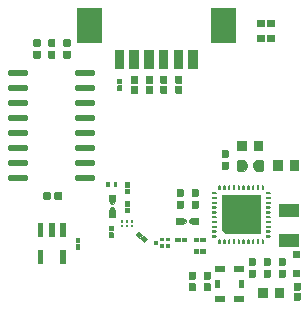
<source format=gtp>
G04 Layer: TopPasteMaskLayer*
G04 EasyEDA Pro v1.7.31.78bc6e, 2022-08-09 17:47:50*
G04 Gerber Generator version 0.3*
G04 Scale: 100 percent, Rotated: No, Reflected: No*
G04 Dimensions in millimeters*
G04 Leading zeros omitted, absolute positions, 3 integers and 3 decimals*
%FSLAX33Y33*%
%MOMM*%
%ADD10C,0.00508*%
%ADD11O,1.745005X0.559994*%
G75*


G04 PolygonModel Start*
G36*
G01X14327Y20201D02*
G01X13867Y20201D01*
G01X13827Y20241D01*
G01Y20742D01*
G01X13867Y20782D01*
G01X14327D01*
G01X14367Y20742D01*
G01Y20241D01*
G01X14327Y20201D01*
G37*
G54D10*
G01X14327Y20201D02*
G01X13867Y20201D01*
G01X13827Y20241D01*
G01Y20742D01*
G01X13867Y20782D01*
G01X14327D01*
G01X14367Y20742D01*
G01Y20241D01*
G01X14327Y20201D01*
G36*
G01X14327Y19931D02*
G01X13867Y19931D01*
G01X13827Y19891D01*
G01Y19390D01*
G01X13867Y19350D01*
G01X14327D01*
G01X14367Y19390D01*
G01Y19891D01*
G01X14327Y19931D01*
G37*
G01X14327Y19931D02*
G01X13867Y19931D01*
G01X13827Y19891D01*
G01Y19390D01*
G01X13867Y19350D01*
G01X14327D01*
G01X14367Y19390D01*
G01Y19891D01*
G01X14327Y19931D01*
G36*
G01X15597Y20201D02*
G01X15137Y20201D01*
G01X15097Y20241D01*
G01Y20742D01*
G01X15137Y20782D01*
G01X15597D01*
G01X15637Y20742D01*
G01Y20241D01*
G01X15597Y20201D01*
G37*
G01X15597Y20201D02*
G01X15137Y20201D01*
G01X15097Y20241D01*
G01Y20742D01*
G01X15137Y20782D01*
G01X15597D01*
G01X15637Y20742D01*
G01Y20241D01*
G01X15597Y20201D01*
G36*
G01X15597Y19931D02*
G01X15137Y19931D01*
G01X15097Y19891D01*
G01Y19390D01*
G01X15137Y19350D01*
G01X15597D01*
G01X15637Y19390D01*
G01Y19891D01*
G01X15597Y19931D01*
G37*
G01X15597Y19931D02*
G01X15137Y19931D01*
G01X15097Y19891D01*
G01Y19390D01*
G01X15137Y19350D01*
G01X15597D01*
G01X15637Y19390D01*
G01Y19891D01*
G01X15597Y19931D01*
G36*
G01X17226Y6796D02*
G01X17226Y7072D01*
G01X17250Y7096D01*
G01X17579D01*
G01X17603Y7072D01*
G01Y6796D01*
G01X17579Y6772D01*
G01X17250D01*
G01X17226Y6796D01*
G37*
G01X17226Y6796D02*
G01X17226Y7072D01*
G01X17250Y7096D01*
G01X17579D01*
G01X17603Y7072D01*
G01Y6796D01*
G01X17579Y6772D01*
G01X17250D01*
G01X17226Y6796D01*
G36*
G01X17064Y6796D02*
G01X17064Y7072D01*
G01X17040Y7096D01*
G01X16711D01*
G01X16687Y7072D01*
G01Y6796D01*
G01X16711Y6772D01*
G01X17040D01*
G01X17064Y6796D01*
G37*
G01X17064Y6796D02*
G01X17064Y7072D01*
G01X17040Y7096D01*
G01X16711D01*
G01X16687Y7072D01*
G01Y6796D01*
G01X16711Y6772D01*
G01X17040D01*
G01X17064Y6796D01*
G36*
G01X17064Y6107D02*
G01X17064Y5831D01*
G01X17040Y5807D01*
G01X16711D01*
G01X16687Y5831D01*
G01Y6107D01*
G01X16711Y6131D01*
G01X17040D01*
G01X17064Y6107D01*
G37*
G01X17064Y6107D02*
G01X17064Y5831D01*
G01X17040Y5807D01*
G01X16711D01*
G01X16687Y5831D01*
G01Y6107D01*
G01X16711Y6131D01*
G01X17040D01*
G01X17064Y6107D01*
G36*
G01X17226Y6107D02*
G01X17226Y5831D01*
G01X17250Y5807D01*
G01X17579D01*
G01X17603Y5831D01*
G01Y6107D01*
G01X17579Y6131D01*
G01X17250D01*
G01X17226Y6107D01*
G37*
G01X17226Y6107D02*
G01X17226Y5831D01*
G01X17250Y5807D01*
G01X17579D01*
G01X17603Y5831D01*
G01Y6107D01*
G01X17579Y6131D01*
G01X17250D01*
G01X17226Y6107D01*
G36*
G01X15670Y6796D02*
G01X15670Y7072D01*
G01X15694Y7096D01*
G01X16024D01*
G01X16048Y7072D01*
G01Y6796D01*
G01X16024Y6772D01*
G01X15694D01*
G01X15670Y6796D01*
G37*
G01X15670Y6796D02*
G01X15670Y7072D01*
G01X15694Y7096D01*
G01X16024D01*
G01X16048Y7072D01*
G01Y6796D01*
G01X16024Y6772D01*
G01X15694D01*
G01X15670Y6796D01*
G36*
G01X15508Y6796D02*
G01X15508Y7072D01*
G01X15484Y7096D01*
G01X15155D01*
G01X15131Y7072D01*
G01Y6796D01*
G01X15155Y6772D01*
G01X15484D01*
G01X15508Y6796D01*
G37*
G01X15508Y6796D02*
G01X15508Y7072D01*
G01X15484Y7096D01*
G01X15155D01*
G01X15131Y7072D01*
G01Y6796D01*
G01X15155Y6772D01*
G01X15484D01*
G01X15508Y6796D01*
G36*
G01X12267Y7313D02*
G01X12090Y7102D01*
G01X12056Y7099D01*
G01X11803Y7310D01*
G01X11801Y7344D01*
G01X11978Y7556D01*
G01X12012Y7559D01*
G01X12264Y7347D01*
G01X12267Y7313D01*
G37*
G01X12267Y7313D02*
G01X12090Y7102D01*
G01X12056Y7099D01*
G01X11803Y7310D01*
G01X11801Y7344D01*
G01X11978Y7556D01*
G01X12012Y7559D01*
G01X12264Y7347D01*
G01X12267Y7313D01*
G36*
G01X12391Y7209D02*
G01X12214Y6997D01*
G01X12217Y6964D01*
G01X12469Y6752D01*
G01X12503Y6755D01*
G01X12680Y6966D01*
G01X12677Y7000D01*
G01X12425Y7212D01*
G01X12391Y7209D01*
G37*
G01X12391Y7209D02*
G01X12214Y6997D01*
G01X12217Y6964D01*
G01X12469Y6752D01*
G01X12503Y6755D01*
G01X12680Y6966D01*
G01X12677Y7000D01*
G01X12425Y7212D01*
G01X12391Y7209D01*
G36*
G01X9514Y7539D02*
G01X9790Y7539D01*
G01X9814Y7515D01*
G01Y7186D01*
G01X9790Y7162D01*
G01X9514D01*
G01X9490Y7186D01*
G01Y7515D01*
G01X9514Y7539D01*
G37*
G01X9514Y7539D02*
G01X9790Y7539D01*
G01X9814Y7515D01*
G01Y7186D01*
G01X9790Y7162D01*
G01X9514D01*
G01X9490Y7186D01*
G01Y7515D01*
G01X9514Y7539D01*
G36*
G01X9514Y7701D02*
G01X9790Y7701D01*
G01X9814Y7725D01*
G01Y8054D01*
G01X9790Y8078D01*
G01X9514D01*
G01X9490Y8054D01*
G01Y7725D01*
G01X9514Y7701D01*
G37*
G01X9514Y7701D02*
G01X9790Y7701D01*
G01X9814Y7725D01*
G01Y8054D01*
G01X9790Y8078D01*
G01X9514D01*
G01X9490Y8054D01*
G01Y7725D01*
G01X9514Y7701D01*
G36*
G01X11162Y9622D02*
G01X10886Y9622D01*
G01X10862Y9598D01*
G01Y9268D01*
G01X10886Y9244D01*
G01X11162D01*
G01X11186Y9268D01*
G01Y9598D01*
G01X11162Y9622D01*
G37*
G01X11162Y9622D02*
G01X10886Y9622D01*
G01X10862Y9598D01*
G01Y9268D01*
G01X10886Y9244D01*
G01X11162D01*
G01X11186Y9268D01*
G01Y9598D01*
G01X11162Y9622D01*
G36*
G01X11162Y9784D02*
G01X10886Y9784D01*
G01X10862Y9808D01*
G01Y10137D01*
G01X10886Y10161D01*
G01X11162D01*
G01X11186Y10137D01*
G01Y9808D01*
G01X11162Y9784D01*
G37*
G01X11162Y9784D02*
G01X10886Y9784D01*
G01X10862Y9808D01*
G01Y10137D01*
G01X10886Y10161D01*
G01X11162D01*
G01X11186Y10137D01*
G01Y9808D01*
G01X11162Y9784D01*
G36*
G01X10886Y11222D02*
G01X11162Y11222D01*
G01X11186Y11198D01*
G01Y10869D01*
G01X11162Y10845D01*
G01X10886D01*
G01X10862Y10869D01*
G01Y11198D01*
G01X10886Y11222D01*
G37*
G01X10886Y11222D02*
G01X11162Y11222D01*
G01X11186Y11198D01*
G01Y10869D01*
G01X11162Y10845D01*
G01X10886D01*
G01X10862Y10869D01*
G01Y11198D01*
G01X10886Y11222D01*
G36*
G01X10886Y11384D02*
G01X11162Y11384D01*
G01X11186Y11408D01*
G01Y11737D01*
G01X11162Y11761D01*
G01X10886D01*
G01X10862Y11737D01*
G01Y11408D01*
G01X10886Y11384D01*
G37*
G01X10886Y11384D02*
G01X11162Y11384D01*
G01X11186Y11408D01*
G01Y11737D01*
G01X11162Y11761D01*
G01X10886D01*
G01X10862Y11737D01*
G01Y11408D01*
G01X10886Y11384D01*
G36*
G01X16989Y10594D02*
G01X16539Y10594D01*
G01X16489Y10664D01*
G01Y11144D01*
G01X16539Y11194D01*
G01X16989D01*
G01X17039Y11144D01*
G01Y10664D01*
G01X16989Y10594D01*
G37*
G01X16989Y10594D02*
G01X16539Y10594D01*
G01X16489Y10664D01*
G01Y11144D01*
G01X16539Y11194D01*
G01X16989D01*
G01X17039Y11144D01*
G01Y10664D01*
G01X16989Y10594D01*
G36*
G01X16989Y9634D02*
G01X16539Y9634D01*
G01X16489Y9684D01*
G01Y10164D01*
G01X16539Y10234D01*
G01X16989D01*
G01X17039Y10164D01*
G01Y9684D01*
G01X16989Y9634D01*
G37*
G01X16989Y9634D02*
G01X16539Y9634D01*
G01X16489Y9684D01*
G01Y10164D01*
G01X16539Y10234D01*
G01X16989D01*
G01X17039Y10164D01*
G01Y9684D01*
G01X16989Y9634D01*
G36*
G01X15719Y10594D02*
G01X15269Y10594D01*
G01X15219Y10664D01*
G01Y11144D01*
G01X15269Y11194D01*
G01X15719D01*
G01X15769Y11144D01*
G01Y10664D01*
G01X15719Y10594D01*
G37*
G01X15719Y10594D02*
G01X15269Y10594D01*
G01X15219Y10664D01*
G01Y11144D01*
G01X15269Y11194D01*
G01X15719D01*
G01X15769Y11144D01*
G01Y10664D01*
G01X15719Y10594D01*
G36*
G01X15719Y9634D02*
G01X15269Y9634D01*
G01X15219Y9684D01*
G01Y10164D01*
G01X15269Y10234D01*
G01X15719D01*
G01X15769Y10164D01*
G01Y9684D01*
G01X15719Y9634D01*
G37*
G01X15719Y9634D02*
G01X15269Y9634D01*
G01X15219Y9684D01*
G01Y10164D01*
G01X15269Y10234D01*
G01X15719D01*
G01X15769Y10164D01*
G01Y9684D01*
G01X15719Y9634D01*
G36*
G01X15994Y8595D02*
G01X15994Y8423D01*
G01X15725Y8239D01*
G01X15229D01*
G01X15189Y8279D01*
G01Y8739D01*
G01X15229Y8779D01*
G01X15725D01*
G01X15994Y8595D01*
G37*
G01X15994Y8595D02*
G01X15994Y8423D01*
G01X15725Y8239D01*
G01X15229D01*
G01X15189Y8279D01*
G01Y8739D01*
G01X15229Y8779D01*
G01X15725D01*
G01X15994Y8595D01*
G36*
G01X16264Y8595D02*
G01X16264Y8423D01*
G01X16533Y8239D01*
G01X17029D01*
G01X17069Y8279D01*
G01Y8739D01*
G01X17029Y8779D01*
G01X16533D01*
G01X16264Y8595D01*
G37*
G01X16264Y8595D02*
G01X16264Y8423D01*
G01X16533Y8239D01*
G01X17029D01*
G01X17069Y8279D01*
G01Y8739D01*
G01X17029Y8779D01*
G01X16533D01*
G01X16264Y8595D01*
G36*
G01X17555Y3249D02*
G01X18005Y3249D01*
G01X18055Y3179D01*
G01Y2699D01*
G01X18005Y2649D01*
G01X17555D01*
G01X17505Y2699D01*
G01Y3179D01*
G01X17555Y3249D01*
G37*
G01X17555Y3249D02*
G01X18005Y3249D01*
G01X18055Y3179D01*
G01Y2699D01*
G01X18005Y2649D01*
G01X17555D01*
G01X17505Y2699D01*
G01Y3179D01*
G01X17555Y3249D01*
G36*
G01X17555Y4209D02*
G01X18005Y4209D01*
G01X18055Y4159D01*
G01Y3679D01*
G01X18005Y3609D01*
G01X17555D01*
G01X17505Y3679D01*
G01Y4159D01*
G01X17555Y4209D01*
G37*
G01X17555Y4209D02*
G01X18005Y4209D01*
G01X18055Y4159D01*
G01Y3679D01*
G01X18005Y3609D01*
G01X17555D01*
G01X17505Y3679D01*
G01Y4159D01*
G01X17555Y4209D01*
G36*
G01X16285Y3249D02*
G01X16735Y3249D01*
G01X16785Y3179D01*
G01Y2699D01*
G01X16735Y2649D01*
G01X16285D01*
G01X16235Y2699D01*
G01Y3179D01*
G01X16285Y3249D01*
G37*
G01X16285Y3249D02*
G01X16735Y3249D01*
G01X16785Y3179D01*
G01Y2699D01*
G01X16735Y2649D01*
G01X16285D01*
G01X16235Y2699D01*
G01Y3179D01*
G01X16285Y3249D01*
G36*
G01X16285Y4209D02*
G01X16735Y4209D01*
G01X16785Y4159D01*
G01Y3679D01*
G01X16735Y3609D01*
G01X16285D01*
G01X16235Y3679D01*
G01Y4159D01*
G01X16285Y4209D01*
G37*
G01X16285Y4209D02*
G01X16735Y4209D01*
G01X16785Y4159D01*
G01Y3679D01*
G01X16735Y3609D01*
G01X16285D01*
G01X16235Y3679D01*
G01Y4159D01*
G01X16285Y4209D01*
G36*
G01X21715Y13065D02*
G01X21715Y13342D01*
G01X21989Y13635D01*
G01X22492D01*
G01X22556Y13571D01*
G01Y12835D01*
G01X22492Y12771D01*
G01X21989D01*
G01X21715Y13065D01*
G37*
G01X21715Y13065D02*
G01X21715Y13342D01*
G01X21989Y13635D01*
G01X22492D01*
G01X22556Y13571D01*
G01Y12835D01*
G01X22492Y12771D01*
G01X21989D01*
G01X21715Y13065D01*
G36*
G01X21199Y13054D02*
G01X21199Y13330D01*
G01X20925Y13624D01*
G01X20421D01*
G01X20357Y13560D01*
G01Y12824D01*
G01X20421Y12760D01*
G01X20925D01*
G01X21199Y13054D01*
G37*
G01X21199Y13054D02*
G01X21199Y13330D01*
G01X20925Y13624D01*
G01X20421D01*
G01X20357Y13560D01*
G01Y12824D01*
G01X20421Y12760D01*
G01X20925D01*
G01X21199Y13054D01*
G36*
G01X23905Y4392D02*
G01X24355Y4392D01*
G01X24405Y4322D01*
G01Y3842D01*
G01X24355Y3792D01*
G01X23905D01*
G01X23855Y3842D01*
G01Y4322D01*
G01X23905Y4392D01*
G37*
G01X23905Y4392D02*
G01X24355Y4392D01*
G01X24405Y4322D01*
G01Y3842D01*
G01X24355Y3792D01*
G01X23905D01*
G01X23855Y3842D01*
G01Y4322D01*
G01X23905Y4392D01*
G36*
G01X23905Y5352D02*
G01X24355Y5352D01*
G01X24405Y5302D01*
G01Y4822D01*
G01X24355Y4752D01*
G01X23905D01*
G01X23855Y4822D01*
G01Y5302D01*
G01X23905Y5352D01*
G37*
G01X23905Y5352D02*
G01X24355Y5352D01*
G01X24405Y5302D01*
G01Y4822D01*
G01X24355Y4752D01*
G01X23905D01*
G01X23855Y4822D01*
G01Y5302D01*
G01X23905Y5352D01*
G36*
G01X22635Y4392D02*
G01X23085Y4392D01*
G01X23135Y4322D01*
G01Y3842D01*
G01X23085Y3792D01*
G01X22635D01*
G01X22585Y3842D01*
G01Y4322D01*
G01X22635Y4392D01*
G37*
G01X22635Y4392D02*
G01X23085Y4392D01*
G01X23135Y4322D01*
G01Y3842D01*
G01X23085Y3792D01*
G01X22635D01*
G01X22585Y3842D01*
G01Y4322D01*
G01X22635Y4392D01*
G36*
G01X22635Y5352D02*
G01X23085Y5352D01*
G01X23135Y5302D01*
G01Y4822D01*
G01X23085Y4752D01*
G01X22635D01*
G01X22585Y4822D01*
G01Y5302D01*
G01X22635Y5352D01*
G37*
G01X22635Y5352D02*
G01X23085Y5352D01*
G01X23135Y5302D01*
G01Y4822D01*
G01X23085Y4752D01*
G01X22635D01*
G01X22585Y4822D01*
G01Y5302D01*
G01X22635Y5352D01*
G36*
G01X21365Y4392D02*
G01X21815Y4392D01*
G01X21865Y4322D01*
G01Y3842D01*
G01X21815Y3792D01*
G01X21365D01*
G01X21315Y3842D01*
G01Y4322D01*
G01X21365Y4392D01*
G37*
G01X21365Y4392D02*
G01X21815Y4392D01*
G01X21865Y4322D01*
G01Y3842D01*
G01X21815Y3792D01*
G01X21365D01*
G01X21315Y3842D01*
G01Y4322D01*
G01X21365Y4392D01*
G36*
G01X21365Y5352D02*
G01X21815Y5352D01*
G01X21865Y5302D01*
G01Y4822D01*
G01X21815Y4752D01*
G01X21365D01*
G01X21315Y4822D01*
G01Y5302D01*
G01X21365Y5352D01*
G37*
G01X21365Y5352D02*
G01X21815Y5352D01*
G01X21865Y5302D01*
G01Y4822D01*
G01X21815Y4752D01*
G01X21365D01*
G01X21315Y4822D01*
G01Y5302D01*
G01X21365Y5352D01*
G36*
G01X19529Y13896D02*
G01X19079Y13896D01*
G01X19029Y13966D01*
G01Y14446D01*
G01X19079Y14496D01*
G01X19529D01*
G01X19579Y14446D01*
G01Y13966D01*
G01X19529Y13896D01*
G37*
G01X19529Y13896D02*
G01X19079Y13896D01*
G01X19029Y13966D01*
G01Y14446D01*
G01X19079Y14496D01*
G01X19529D01*
G01X19579Y14446D01*
G01Y13966D01*
G01X19529Y13896D01*
G36*
G01X19529Y12936D02*
G01X19079Y12936D01*
G01X19029Y12986D01*
G01Y13466D01*
G01X19079Y13536D01*
G01X19529D01*
G01X19579Y13466D01*
G01Y12986D01*
G01X19529Y12936D01*
G37*
G01X19529Y12936D02*
G01X19079Y12936D01*
G01X19029Y12986D01*
G01Y13466D01*
G01X19079Y13536D01*
G01X19529D01*
G01X19579Y13466D01*
G01Y12986D01*
G01X19529Y12936D01*
G36*
G01X25170Y2405D02*
G01X25630Y2405D01*
G01X25670Y2365D01*
G01Y1864D01*
G01X25630Y1824D01*
G01X25170D01*
G01X25130Y1864D01*
G01Y2365D01*
G01X25170Y2405D01*
G37*
G01X25170Y2405D02*
G01X25630Y2405D01*
G01X25670Y2365D01*
G01Y1864D01*
G01X25630Y1824D01*
G01X25170D01*
G01X25130Y1864D01*
G01Y2365D01*
G01X25170Y2405D01*
G36*
G01X25170Y2675D02*
G01X25630Y2675D01*
G01X25670Y2715D01*
G01Y3216D01*
G01X25630Y3256D01*
G01X25170D01*
G01X25130Y3216D01*
G01Y2715D01*
G01X25170Y2675D01*
G37*
G01X25170Y2675D02*
G01X25630Y2675D01*
G01X25670Y2715D01*
G01Y3216D01*
G01X25630Y3256D01*
G01X25170D01*
G01X25130Y3216D01*
G01Y2715D01*
G01X25170Y2675D01*
G36*
G01X9693Y9644D02*
G01X9865Y9644D01*
G01X10049Y9375D01*
G01Y8879D01*
G01X10009Y8839D01*
G01X9549D01*
G01X9509Y8879D01*
G01Y9375D01*
G01X9693Y9644D01*
G37*
G01X9693Y9644D02*
G01X9865Y9644D01*
G01X10049Y9375D01*
G01Y8879D01*
G01X10009Y8839D01*
G01X9549D01*
G01X9509Y8879D01*
G01Y9375D01*
G01X9693Y9644D01*
G36*
G01X9693Y9914D02*
G01X9865Y9914D01*
G01X10049Y10183D01*
G01Y10679D01*
G01X10009Y10719D01*
G01X9549D01*
G01X9509Y10679D01*
G01Y10183D01*
G01X9693Y9914D01*
G37*
G01X9693Y9914D02*
G01X9865Y9914D01*
G01X10049Y10183D01*
G01Y10679D01*
G01X10009Y10719D01*
G01X9549D01*
G01X9509Y10679D01*
G01Y10183D01*
G01X9693Y9914D01*
G36*
G01X22868Y25043D02*
G01X22868Y25503D01*
G01X22908Y25543D01*
G01X23409D01*
G01X23449Y25503D01*
G01Y25043D01*
G01X23409Y25003D01*
G01X22908D01*
G01X22868Y25043D01*
G37*
G01X22868Y25043D02*
G01X22868Y25503D01*
G01X22908Y25543D01*
G01X23409D01*
G01X23449Y25503D01*
G01Y25043D01*
G01X23409Y25003D01*
G01X22908D01*
G01X22868Y25043D01*
G36*
G01X22598Y25043D02*
G01X22598Y25503D01*
G01X22558Y25543D01*
G01X22057D01*
G01X22017Y25503D01*
G01Y25043D01*
G01X22057Y25003D01*
G01X22558D01*
G01X22598Y25043D01*
G37*
G01X22598Y25043D02*
G01X22598Y25503D01*
G01X22558Y25543D01*
G01X22057D01*
G01X22017Y25503D01*
G01Y25043D01*
G01X22057Y25003D01*
G01X22558D01*
G01X22598Y25043D01*
G36*
G01X22868Y23773D02*
G01X22868Y24233D01*
G01X22908Y24273D01*
G01X23409D01*
G01X23449Y24233D01*
G01Y23773D01*
G01X23409Y23733D01*
G01X22908D01*
G01X22868Y23773D01*
G37*
G01X22868Y23773D02*
G01X22868Y24233D01*
G01X22908Y24273D01*
G01X23409D01*
G01X23449Y24233D01*
G01Y23773D01*
G01X23409Y23733D01*
G01X22908D01*
G01X22868Y23773D01*
G36*
G01X22598Y23773D02*
G01X22598Y24233D01*
G01X22558Y24273D01*
G01X22057D01*
G01X22017Y24233D01*
G01Y23773D01*
G01X22057Y23733D01*
G01X22558D01*
G01X22598Y23773D01*
G37*
G01X22598Y23773D02*
G01X22598Y24233D01*
G01X22558Y24273D01*
G01X22057D01*
G01X22017Y24233D01*
G01Y23773D01*
G01X22057Y23733D01*
G01X22558D01*
G01X22598Y23773D01*
G36*
G01X4836Y23294D02*
G01X4386Y23294D01*
G01X4336Y23364D01*
G01Y23844D01*
G01X4386Y23894D01*
G01X4836D01*
G01X4886Y23844D01*
G01Y23364D01*
G01X4836Y23294D01*
G37*
G01X4836Y23294D02*
G01X4386Y23294D01*
G01X4336Y23364D01*
G01Y23844D01*
G01X4386Y23894D01*
G01X4836D01*
G01X4886Y23844D01*
G01Y23364D01*
G01X4836Y23294D01*
G36*
G01X4836Y22334D02*
G01X4386Y22334D01*
G01X4336Y22384D01*
G01Y22864D01*
G01X4386Y22934D01*
G01X4836D01*
G01X4886Y22864D01*
G01Y22384D01*
G01X4836Y22334D01*
G37*
G01X4836Y22334D02*
G01X4386Y22334D01*
G01X4336Y22384D01*
G01Y22864D01*
G01X4386Y22934D01*
G01X4836D01*
G01X4886Y22864D01*
G01Y22384D01*
G01X4836Y22334D01*
G36*
G01X3142Y22934D02*
G01X3592Y22934D01*
G01X3642Y22864D01*
G01Y22384D01*
G01X3592Y22334D01*
G01X3142D01*
G01X3092Y22384D01*
G01Y22864D01*
G01X3142Y22934D01*
G37*
G01X3142Y22934D02*
G01X3592Y22934D01*
G01X3642Y22864D01*
G01Y22384D01*
G01X3592Y22334D01*
G01X3142D01*
G01X3092Y22384D01*
G01Y22864D01*
G01X3142Y22934D01*
G36*
G01X3142Y23894D02*
G01X3592Y23894D01*
G01X3642Y23844D01*
G01Y23364D01*
G01X3592Y23294D01*
G01X3142D01*
G01X3092Y23364D01*
G01Y23844D01*
G01X3142Y23894D01*
G37*
G01X3142Y23894D02*
G01X3592Y23894D01*
G01X3642Y23844D01*
G01Y23364D01*
G01X3592Y23294D01*
G01X3142D01*
G01X3092Y23364D01*
G01Y23844D01*
G01X3142Y23894D01*
G36*
G01X4879Y10443D02*
G01X4879Y10893D01*
G01X4949Y10943D01*
G01X5429D01*
G01X5479Y10893D01*
G01Y10443D01*
G01X5429Y10393D01*
G01X4949D01*
G01X4879Y10443D01*
G37*
G01X4879Y10443D02*
G01X4879Y10893D01*
G01X4949Y10943D01*
G01X5429D01*
G01X5479Y10893D01*
G01Y10443D01*
G01X5429Y10393D01*
G01X4949D01*
G01X4879Y10443D01*
G36*
G01X3919Y10443D02*
G01X3919Y10893D01*
G01X3969Y10943D01*
G01X4449D01*
G01X4519Y10893D01*
G01Y10443D01*
G01X4449Y10393D01*
G01X3969D01*
G01X3919Y10443D01*
G37*
G01X3919Y10443D02*
G01X3919Y10893D01*
G01X3969Y10943D01*
G01X4449D01*
G01X4519Y10893D01*
G01Y10443D01*
G01X4449Y10393D01*
G01X3969D01*
G01X3919Y10443D01*
G36*
G01X5669Y22934D02*
G01X6119Y22934D01*
G01X6169Y22864D01*
G01Y22384D01*
G01X6119Y22334D01*
G01X5669D01*
G01X5619Y22384D01*
G01Y22864D01*
G01X5669Y22934D01*
G37*
G01X5669Y22934D02*
G01X6119Y22934D01*
G01X6169Y22864D01*
G01Y22384D01*
G01X6119Y22334D01*
G01X5669D01*
G01X5619Y22384D01*
G01Y22864D01*
G01X5669Y22934D01*
G36*
G01X5669Y23894D02*
G01X6119Y23894D01*
G01X6169Y23844D01*
G01Y23364D01*
G01X6119Y23294D01*
G01X5669D01*
G01X5619Y23364D01*
G01Y23844D01*
G01X5669Y23894D01*
G37*
G01X5669Y23894D02*
G01X6119Y23894D01*
G01X6169Y23844D01*
G01Y23364D01*
G01X6119Y23294D01*
G01X5669D01*
G01X5619Y23364D01*
G01Y23844D01*
G01X5669Y23894D01*
G36*
G01X11856Y20201D02*
G01X11396Y20201D01*
G01X11356Y20241D01*
G01Y20742D01*
G01X11396Y20782D01*
G01X11856D01*
G01X11896Y20742D01*
G01Y20241D01*
G01X11856Y20201D01*
G37*
G01X11856Y20201D02*
G01X11396Y20201D01*
G01X11356Y20241D01*
G01Y20742D01*
G01X11396Y20782D01*
G01X11856D01*
G01X11896Y20742D01*
G01Y20241D01*
G01X11856Y20201D01*
G36*
G01X11856Y19931D02*
G01X11396Y19931D01*
G01X11356Y19891D01*
G01Y19390D01*
G01X11396Y19350D01*
G01X11856D01*
G01X11896Y19390D01*
G01Y19891D01*
G01X11856Y19931D01*
G37*
G01X11856Y19931D02*
G01X11396Y19931D01*
G01X11356Y19891D01*
G01Y19390D01*
G01X11396Y19350D01*
G01X11856D01*
G01X11896Y19390D01*
G01Y19891D01*
G01X11856Y19931D01*
G36*
G01X13105Y20201D02*
G01X12645Y20201D01*
G01X12605Y20241D01*
G01Y20742D01*
G01X12645Y20782D01*
G01X13105D01*
G01X13145Y20742D01*
G01Y20241D01*
G01X13105Y20201D01*
G37*
G01X13105Y20201D02*
G01X12645Y20201D01*
G01X12605Y20241D01*
G01Y20742D01*
G01X12645Y20782D01*
G01X13105D01*
G01X13145Y20742D01*
G01Y20241D01*
G01X13105Y20201D01*
G36*
G01X13105Y19931D02*
G01X12645Y19931D01*
G01X12605Y19891D01*
G01Y19390D01*
G01X12645Y19350D01*
G01X13105D01*
G01X13145Y19390D01*
G01Y19891D01*
G01X13105Y19931D01*
G37*
G01X13105Y19931D02*
G01X12645Y19931D01*
G01X12605Y19891D01*
G01Y19390D01*
G01X12645Y19350D01*
G01X13105D01*
G01X13145Y19390D01*
G01Y19891D01*
G01X13105Y19931D01*
G36*
G01X6700Y6523D02*
G01X6976Y6523D01*
G01X7000Y6499D01*
G01Y6170D01*
G01X6976Y6146D01*
G01X6700D01*
G01X6676Y6170D01*
G01Y6499D01*
G01X6700Y6523D01*
G37*
G01X6700Y6523D02*
G01X6976Y6523D01*
G01X7000Y6499D01*
G01Y6170D01*
G01X6976Y6146D01*
G01X6700D01*
G01X6676Y6170D01*
G01Y6499D01*
G01X6700Y6523D01*
G36*
G01X6700Y6685D02*
G01X6976Y6685D01*
G01X7000Y6709D01*
G01Y7038D01*
G01X6976Y7062D01*
G01X6700D01*
G01X6676Y7038D01*
G01Y6709D01*
G01X6700Y6685D01*
G37*
G01X6700Y6685D02*
G01X6976Y6685D01*
G01X7000Y6709D01*
G01Y7038D01*
G01X6976Y7062D01*
G01X6700D01*
G01X6676Y7038D01*
G01Y6709D01*
G01X6700Y6685D01*
G36*
G01X10513Y20147D02*
G01X10237Y20147D01*
G01X10213Y20171D01*
G01Y20500D01*
G01X10237Y20524D01*
G01X10513D01*
G01X10537Y20500D01*
G01Y20171D01*
G01X10513Y20147D01*
G37*
G01X10513Y20147D02*
G01X10237Y20147D01*
G01X10213Y20171D01*
G01Y20500D01*
G01X10237Y20524D01*
G01X10513D01*
G01X10537Y20500D01*
G01Y20171D01*
G01X10513Y20147D01*
G36*
G01X10513Y19985D02*
G01X10237Y19985D01*
G01X10213Y19961D01*
G01Y19632D01*
G01X10237Y19608D01*
G01X10513D01*
G01X10537Y19632D01*
G01Y19961D01*
G01X10513Y19985D01*
G37*
G01X10513Y19985D02*
G01X10237Y19985D01*
G01X10213Y19961D01*
G01Y19632D01*
G01X10237Y19608D01*
G01X10513D01*
G01X10537Y19632D01*
G01Y19961D01*
G01X10513Y19985D01*
G04 PolygonModel End*

G04 Pad Start*
G36*
G01X18771Y6883D02*
G01X18771Y6579D01*
G03X18821Y6528I51J0D01*
G01X18923D01*
G03X18974Y6579I0J51D01*
G01Y6883D01*
G03X18923Y6934I-51J0D01*
G01X18821D01*
G03X18771Y6883I0J-51D01*
G37*
G36*
G01X19177Y6883D02*
G01X19177Y6579D01*
G03X19228Y6528I51J0D01*
G01X19329D01*
G03X19380Y6579I0J51D01*
G01Y6883D01*
G03X19329Y6934I-51J0D01*
G01X19228D01*
G03X19177Y6883I0J-51D01*
G37*
G36*
G01X19583Y6883D02*
G01X19583Y6579D01*
G03X19634Y6528I51J0D01*
G01X19736D01*
G03X19787Y6579I0J51D01*
G01Y6883D01*
G03X19736Y6934I-51J0D01*
G01X19634D01*
G03X19583Y6883I0J-51D01*
G37*
G36*
G01X19990Y6883D02*
G01X19990Y6579D01*
G03X20041Y6528I51J0D01*
G01X20142D01*
G03X20193Y6579I0J51D01*
G01Y6883D01*
G03X20142Y6934I-51J0D01*
G01X20041D01*
G03X19990Y6883I0J-51D01*
G37*
G36*
G01X20396Y6883D02*
G01X20396Y6579D01*
G03X20447Y6528I51J0D01*
G01X20549D01*
G03X20599Y6579I0J51D01*
G01Y6883D01*
G03X20549Y6934I-51J0D01*
G01X20447D01*
G03X20396Y6883I0J-51D01*
G37*
G36*
G01X20803Y6883D02*
G01X20803Y6579D01*
G03X20853Y6528I51J0D01*
G01X20955D01*
G03X21006Y6579I0J51D01*
G01Y6883D01*
G03X20955Y6934I-51J0D01*
G01X20853D01*
G03X20803Y6883I0J-51D01*
G37*
G36*
G01X21209Y6883D02*
G01X21209Y6579D01*
G03X21260Y6528I51J0D01*
G01X21361D01*
G03X21412Y6579I0J51D01*
G01Y6883D01*
G03X21361Y6934I-51J0D01*
G01X21260D01*
G03X21209Y6883I0J-51D01*
G37*
G36*
G01X21615Y6883D02*
G01X21615Y6579D01*
G03X21666Y6528I51J0D01*
G01X21768D01*
G03X21819Y6579I0J51D01*
G01Y6883D01*
G03X21768Y6934I-51J0D01*
G01X21666D01*
G03X21615Y6883I0J-51D01*
G37*
G36*
G01X22022Y6883D02*
G01X22022Y6579D01*
G03X22073Y6528I51J0D01*
G01X22174D01*
G03X22225Y6579I0J51D01*
G01Y6883D01*
G03X22174Y6934I-51J0D01*
G01X22073D01*
G03X22022Y6883I0J-51D01*
G37*
G36*
G01X22428Y6883D02*
G01X22428Y6579D01*
G03X22479Y6528I51J0D01*
G01X22581D01*
G03X22631Y6579I0J51D01*
G01Y6883D01*
G03X22581Y6934I-51J0D01*
G01X22479D01*
G03X22428Y6883I0J-51D01*
G37*
G36*
G01X22784Y7239D02*
G01X22784Y7137D01*
G03X22835Y7087I51J0D01*
G01X23139D01*
G03X23190Y7137I0J51D01*
G01Y7239D01*
G03X23139Y7290I-51J0D01*
G01X22835D01*
G03X22784Y7239I0J-51D01*
G37*
G36*
G01X22784Y7645D02*
G01X22784Y7544D01*
G03X22835Y7493I51J0D01*
G01X23139D01*
G03X23190Y7544I0J51D01*
G01Y7645D01*
G03X23139Y7696I-51J0D01*
G01X22835D01*
G03X22784Y7645I0J-51D01*
G37*
G36*
G01X22784Y8052D02*
G01X22784Y7950D01*
G03X22835Y7899I51J0D01*
G01X23139D01*
G03X23190Y7950I0J51D01*
G01Y8052D01*
G03X23139Y8103I-51J0D01*
G01X22835D01*
G03X22784Y8052I0J-51D01*
G37*
G36*
G01X22784Y8458D02*
G01X22784Y8357D01*
G03X22835Y8306I51J0D01*
G01X23139D01*
G03X23190Y8357I0J51D01*
G01Y8458D01*
G03X23139Y8509I-51J0D01*
G01X22835D01*
G03X22784Y8458I0J-51D01*
G37*
G36*
G01X22784Y8865D02*
G01X22784Y8763D01*
G03X22835Y8712I51J0D01*
G01X23139D01*
G03X23190Y8763I0J51D01*
G01Y8865D01*
G03X23139Y8915I-51J0D01*
G01X22835D01*
G03X22784Y8865I0J-51D01*
G37*
G36*
G01X22784Y9271D02*
G01X22784Y9169D01*
G03X22835Y9119I51J0D01*
G01X23139D01*
G03X23190Y9169I0J51D01*
G01Y9271D01*
G03X23139Y9322I-51J0D01*
G01X22835D01*
G03X22784Y9271I0J-51D01*
G37*
G36*
G01X22784Y9677D02*
G01X22784Y9576D01*
G03X22835Y9525I51J0D01*
G01X23139D01*
G03X23190Y9576I0J51D01*
G01Y9677D01*
G03X23139Y9728I-51J0D01*
G01X22835D01*
G03X22784Y9677I0J-51D01*
G37*
G36*
G01X22784Y10084D02*
G01X22784Y9982D01*
G03X22835Y9931I51J0D01*
G01X23139D01*
G03X23190Y9982I0J51D01*
G01Y10084D01*
G03X23139Y10135I-51J0D01*
G01X22835D01*
G03X22784Y10084I0J-51D01*
G37*
G36*
G01X22784Y10490D02*
G01X22784Y10389D01*
G03X22835Y10338I51J0D01*
G01X23139D01*
G03X23190Y10389I0J51D01*
G01Y10490D01*
G03X23139Y10541I-51J0D01*
G01X22835D01*
G03X22784Y10490I0J-51D01*
G37*
G36*
G01X22784Y10897D02*
G01X22784Y10795D01*
G03X22835Y10744I51J0D01*
G01X23139D01*
G03X23190Y10795I0J51D01*
G01Y10897D01*
G03X23139Y10947I-51J0D01*
G01X22835D01*
G03X22784Y10897I0J-51D01*
G37*
G36*
G01X22428Y11455D02*
G01X22428Y11151D01*
G03X22479Y11100I51J0D01*
G01X22581D01*
G03X22631Y11151I0J51D01*
G01Y11455D01*
G03X22581Y11506I-51J0D01*
G01X22479D01*
G03X22428Y11455I0J-51D01*
G37*
G36*
G01X22022Y11455D02*
G01X22022Y11151D01*
G03X22073Y11100I51J0D01*
G01X22174D01*
G03X22225Y11151I0J51D01*
G01Y11455D01*
G03X22174Y11506I-51J0D01*
G01X22073D01*
G03X22022Y11455I0J-51D01*
G37*
G36*
G01X21615Y11455D02*
G01X21615Y11151D01*
G03X21666Y11100I51J0D01*
G01X21768D01*
G03X21819Y11151I0J51D01*
G01Y11455D01*
G03X21768Y11506I-51J0D01*
G01X21666D01*
G03X21615Y11455I0J-51D01*
G37*
G36*
G01X21209Y11455D02*
G01X21209Y11151D01*
G03X21260Y11100I51J0D01*
G01X21361D01*
G03X21412Y11151I0J51D01*
G01Y11455D01*
G03X21361Y11506I-51J0D01*
G01X21260D01*
G03X21209Y11455I0J-51D01*
G37*
G36*
G01X20803Y11455D02*
G01X20803Y11151D01*
G03X20853Y11100I51J0D01*
G01X20955D01*
G03X21006Y11151I0J51D01*
G01Y11455D01*
G03X20955Y11506I-51J0D01*
G01X20853D01*
G03X20803Y11455I0J-51D01*
G37*
G36*
G01X20396Y11455D02*
G01X20396Y11151D01*
G03X20447Y11100I51J0D01*
G01X20549D01*
G03X20599Y11151I0J51D01*
G01Y11455D01*
G03X20549Y11506I-51J0D01*
G01X20447D01*
G03X20396Y11455I0J-51D01*
G37*
G36*
G01X19990Y11455D02*
G01X19990Y11151D01*
G03X20041Y11100I51J0D01*
G01X20142D01*
G03X20193Y11151I0J51D01*
G01Y11455D01*
G03X20142Y11506I-51J0D01*
G01X20041D01*
G03X19990Y11455I0J-51D01*
G37*
G36*
G01X19583Y11455D02*
G01X19583Y11151D01*
G03X19634Y11100I51J0D01*
G01X19736D01*
G03X19787Y11151I0J51D01*
G01Y11455D01*
G03X19736Y11506I-51J0D01*
G01X19634D01*
G03X19583Y11455I0J-51D01*
G37*
G36*
G01X19177Y11455D02*
G01X19177Y11151D01*
G03X19228Y11100I51J0D01*
G01X19329D01*
G03X19380Y11151I0J51D01*
G01Y11455D01*
G03X19329Y11506I-51J0D01*
G01X19228D01*
G03X19177Y11455I0J-51D01*
G37*
G36*
G01X18771Y11455D02*
G01X18771Y11151D01*
G03X18821Y11100I51J0D01*
G01X18923D01*
G03X18974Y11151I0J51D01*
G01Y11455D01*
G03X18923Y11506I-51J0D01*
G01X18821D01*
G03X18771Y11455I0J-51D01*
G37*
G36*
G01X18212Y10897D02*
G01X18212Y10795D01*
G03X18263Y10744I51J0D01*
G01X18567D01*
G03X18618Y10795I0J51D01*
G01Y10897D01*
G03X18567Y10947I-51J0D01*
G01X18263D01*
G03X18212Y10897I0J-51D01*
G37*
G36*
G01X18212Y10490D02*
G01X18212Y10389D01*
G03X18263Y10338I51J0D01*
G01X18567D01*
G03X18618Y10389I0J51D01*
G01Y10490D01*
G03X18567Y10541I-51J0D01*
G01X18263D01*
G03X18212Y10490I0J-51D01*
G37*
G36*
G01X18212Y10084D02*
G01X18212Y9982D01*
G03X18263Y9931I51J0D01*
G01X18567D01*
G03X18618Y9982I0J51D01*
G01Y10084D01*
G03X18567Y10135I-51J0D01*
G01X18263D01*
G03X18212Y10084I0J-51D01*
G37*
G36*
G01X18212Y9677D02*
G01X18212Y9576D01*
G03X18263Y9525I51J0D01*
G01X18567D01*
G03X18618Y9576I0J51D01*
G01Y9677D01*
G03X18567Y9728I-51J0D01*
G01X18263D01*
G03X18212Y9677I0J-51D01*
G37*
G36*
G01X18212Y9271D02*
G01X18212Y9169D01*
G03X18263Y9119I51J0D01*
G01X18567D01*
G03X18618Y9169I0J51D01*
G01Y9271D01*
G03X18567Y9322I-51J0D01*
G01X18263D01*
G03X18212Y9271I0J-51D01*
G37*
G36*
G01X18212Y8865D02*
G01X18212Y8763D01*
G03X18263Y8712I51J0D01*
G01X18567D01*
G03X18618Y8763I0J51D01*
G01Y8865D01*
G03X18567Y8915I-51J0D01*
G01X18263D01*
G03X18212Y8865I0J-51D01*
G37*
G36*
G01X18212Y8458D02*
G01X18212Y8357D01*
G03X18263Y8306I51J0D01*
G01X18567D01*
G03X18618Y8357I0J51D01*
G01Y8458D01*
G03X18567Y8509I-51J0D01*
G01X18263D01*
G03X18212Y8458I0J-51D01*
G37*
G36*
G01X18212Y8052D02*
G01X18212Y7950D01*
G03X18263Y7899I51J0D01*
G01X18567D01*
G03X18618Y7950I0J51D01*
G01Y8052D01*
G03X18567Y8103I-51J0D01*
G01X18263D01*
G03X18212Y8052I0J-51D01*
G37*
G36*
G01X18212Y7645D02*
G01X18212Y7544D01*
G03X18263Y7493I51J0D01*
G01X18567D01*
G03X18618Y7544I0J51D01*
G01Y7645D01*
G03X18567Y7696I-51J0D01*
G01X18263D01*
G03X18212Y7645I0J-51D01*
G37*
G36*
G01X18212Y7239D02*
G01X18212Y7137D01*
G03X18263Y7087I51J0D01*
G01X18567D01*
G03X18618Y7137I0J51D01*
G01Y7239D01*
G03X18567Y7290I-51J0D01*
G01X18263D01*
G03X18212Y7239I0J-51D01*
G37*
G36*
G01X10524Y8355D02*
G01X10725Y8355D01*
G01Y8556D01*
G01X10524D01*
G01Y8355D01*
G37*
G36*
G01X10923Y8355D02*
G01X11124Y8355D01*
G01Y8556D01*
G01X10923D01*
G01Y8355D01*
G37*
G36*
G01X11325Y8355D02*
G01X11525Y8355D01*
G01Y8556D01*
G01X11325D01*
G01Y8355D01*
G37*
G36*
G01X11325Y7954D02*
G01X11525Y7954D01*
G01Y8155D01*
G01X11325D01*
G01Y7954D01*
G37*
G36*
G01X10923Y7954D02*
G01X11124Y7954D01*
G01Y8155D01*
G01X10923D01*
G01Y7954D01*
G37*
G36*
G01X10524Y7954D02*
G01X10725Y7954D01*
G01Y8155D01*
G01X10524D01*
G01Y7954D01*
G37*
G36*
G01X13339Y6810D02*
G01X13339Y6485D01*
G01X13639D01*
G01Y6810D01*
G01X13339D01*
G37*
G36*
G01X14146Y6773D02*
G01X14146Y7098D01*
G01X13846D01*
G01Y6773D01*
G01X14146D01*
G37*
G36*
G01X14351Y7098D02*
G01X14351Y6773D01*
G01X14651D01*
G01Y7098D01*
G01X14351D01*
G37*
G36*
G01X14351Y6522D02*
G01X14351Y6197D01*
G01X14651D01*
G01Y6522D01*
G01X14351D01*
G37*
G36*
G01X14146Y6197D02*
G01X14146Y6522D01*
G01X13846D01*
G01Y6197D01*
G01X14146D01*
G37*
G36*
G01X23915Y6328D02*
G01X25615Y6328D01*
G01Y7377D01*
G01X23915D01*
G01Y6328D01*
G37*
G36*
G01X23915Y8879D02*
G01X25615Y8879D01*
G01Y9928D01*
G01X23915D01*
G01Y8879D01*
G37*
G36*
G01X20898Y1675D02*
G01X20898Y2176D01*
G01X20072D01*
G01Y1675D01*
G01X20898D01*
G37*
G36*
G01X20898Y4174D02*
G01X20898Y4675D01*
G01X20072D01*
G01Y4174D01*
G01X20898D01*
G37*
G36*
G01X19298Y4174D02*
G01X19298Y4675D01*
G01X18472D01*
G01Y4174D01*
G01X19298D01*
G37*
G36*
G01X19298Y1675D02*
G01X19298Y2176D01*
G01X18472D01*
G01Y1675D01*
G01X19298D01*
G37*
G36*
G01X18899Y3526D02*
G01X18470Y3526D01*
G01Y2824D01*
G01X18899D01*
G01Y3526D01*
G37*
G36*
G01X20900Y3526D02*
G01X20471Y3526D01*
G01Y2824D01*
G01X20900D01*
G01Y3526D01*
G37*
G36*
G01X21763Y15309D02*
G01X21763Y14409D01*
G01X22563D01*
G01Y15309D01*
G01X21763D01*
G37*
G36*
G01X20363Y15309D02*
G01X20363Y14409D01*
G01X21163D01*
G01Y15309D01*
G01X20363D01*
G37*
G36*
G01X24211Y12758D02*
G01X24211Y13658D01*
G01X23411D01*
G01Y12758D01*
G01X24211D01*
G37*
G36*
G01X25611Y12758D02*
G01X25611Y13658D01*
G01X24811D01*
G01Y12758D01*
G01X25611D01*
G37*
G36*
G01X23541Y2863D02*
G01X23541Y1963D01*
G01X24341D01*
G01Y2863D01*
G01X23541D01*
G37*
G36*
G01X22141Y2863D02*
G01X22141Y1963D01*
G01X22941D01*
G01Y2863D01*
G01X22141D01*
G37*
G36*
G01X25100Y3726D02*
G01X25700Y3726D01*
G01Y4326D01*
G01X25100D01*
G01Y3726D01*
G37*
G36*
G01X25700Y5926D02*
G01X25100Y5926D01*
G01Y5326D01*
G01X25700D01*
G01Y5926D01*
G37*
G36*
G01X9553Y11353D02*
G01X9553Y11802D01*
G01X9274D01*
G01Y11353D01*
G01X9553D01*
G37*
G36*
G01X10213Y11353D02*
G01X10213Y11802D01*
G01X9934D01*
G01Y11353D01*
G01X10213D01*
G37*
G36*
G01X8875Y23572D02*
G01X8875Y26572D01*
G01X6775D01*
G01Y23572D01*
G01X8875D01*
G37*
G36*
G01X20225Y23572D02*
G01X20225Y26572D01*
G01X18125D01*
G01Y23572D01*
G01X20225D01*
G37*
G36*
G01X17025Y21372D02*
G01X17025Y22972D01*
G01X16225D01*
G01Y21372D01*
G01X17025D01*
G37*
G36*
G01X15775Y21372D02*
G01X15775Y22972D01*
G01X14975D01*
G01Y21372D01*
G01X15775D01*
G37*
G36*
G01X14525Y21372D02*
G01X14525Y22972D01*
G01X13725D01*
G01Y21372D01*
G01X14525D01*
G37*
G36*
G01X13275Y21372D02*
G01X13275Y22972D01*
G01X12475D01*
G01Y21372D01*
G01X13275D01*
G37*
G36*
G01X12025Y21372D02*
G01X12025Y22972D01*
G01X11225D01*
G01Y21372D01*
G01X12025D01*
G37*
G36*
G01X10775Y21372D02*
G01X10775Y22972D01*
G01X9975D01*
G01Y21372D01*
G01X10775D01*
G37*
G54D11*
G01X1766Y21034D03*
G01X1766Y19764D03*
G01X1766Y18494D03*
G01X1766Y17224D03*
G01X1766Y15954D03*
G01X1766Y14684D03*
G01X1766Y13414D03*
G01X1766Y12144D03*
G01X7511Y21034D03*
G01X7511Y19764D03*
G01X7511Y18494D03*
G01X7511Y17224D03*
G01X7511Y15954D03*
G01X7511Y14684D03*
G01X7511Y13414D03*
G01X7511Y12144D03*
G36*
G01X5847Y7179D02*
G01X5847Y8336D01*
G01X5357D01*
G01Y7179D01*
G01X5847D01*
G37*
G36*
G01X4897Y7179D02*
G01X4897Y8336D01*
G01X4407D01*
G01Y7179D01*
G01X4897D01*
G37*
G36*
G01X3947Y7179D02*
G01X3947Y8336D01*
G01X3457D01*
G01Y7179D01*
G01X3947D01*
G37*
G36*
G01X3947Y4863D02*
G01X3947Y6038D01*
G01X3457D01*
G01Y4863D01*
G01X3947D01*
G37*
G36*
G01X5847Y4863D02*
G01X5847Y6038D01*
G01X5357D01*
G01Y4863D01*
G01X5847D01*
G37*
G36*
G01X19431Y7366D02*
G01X19050Y7747D01*
G01Y10668D01*
G01X22352D01*
G01Y7366D01*
G01X19431D01*
G37*
G04 Pad End*

M02*

</source>
